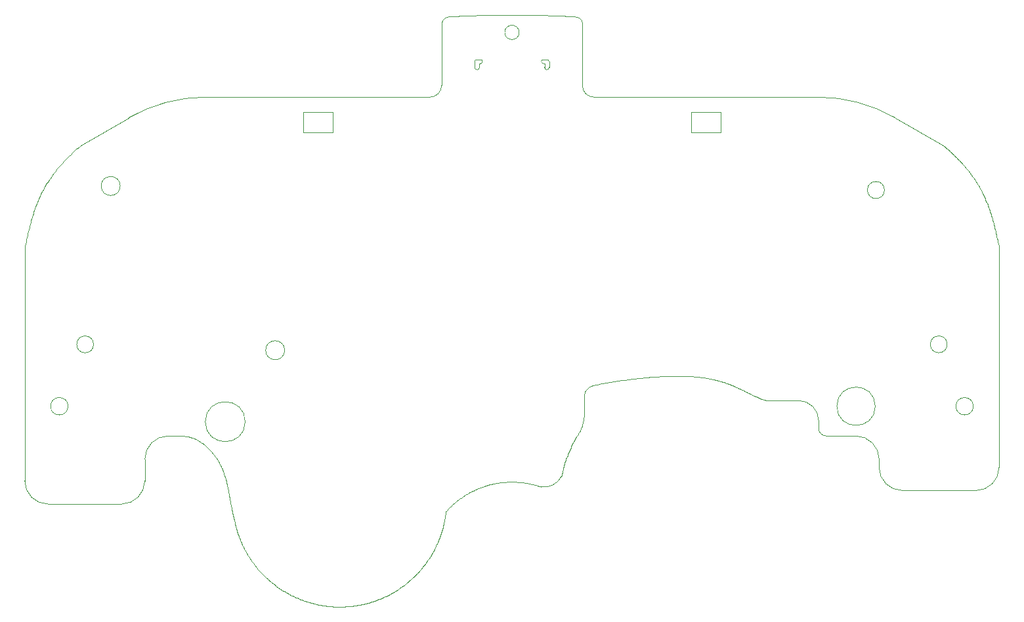
<source format=gbr>
%TF.GenerationSoftware,KiCad,Pcbnew,8.0.2*%
%TF.CreationDate,2024-10-25T03:52:41-07:00*%
%TF.ProjectId,UGC_Main_S1,5547435f-4d61-4696-9e5f-53312e6b6963,rev?*%
%TF.SameCoordinates,Original*%
%TF.FileFunction,Profile,NP*%
%FSLAX46Y46*%
G04 Gerber Fmt 4.6, Leading zero omitted, Abs format (unit mm)*
G04 Created by KiCad (PCBNEW 8.0.2) date 2024-10-25 03:52:41*
%MOMM*%
%LPD*%
G01*
G04 APERTURE LIST*
%ADD10C,0.100000*%
%TA.AperFunction,Profile*%
%ADD11C,0.100000*%
%TD*%
%TA.AperFunction,Profile*%
%ADD12C,0.010000*%
%TD*%
G04 APERTURE END LIST*
D10*
X210985240Y-84058545D02*
X210883023Y-84064412D01*
X210781126Y-84070379D01*
X210679540Y-84076449D01*
X210578255Y-84082623D01*
X210477263Y-84088904D01*
X210376553Y-84095293D01*
X210336346Y-84097880D01*
X228450425Y-131941646D02*
X228361433Y-132005745D01*
X228277543Y-132076015D01*
X228199064Y-132152145D01*
X228126309Y-132233826D01*
X228059589Y-132320747D01*
X228038744Y-132350833D01*
D11*
X281321867Y-142316480D02*
G75*
G02*
X278321867Y-145316467I-2999967J-20D01*
G01*
X268841150Y-145316480D02*
G75*
G02*
X265841120Y-142316480I-50J2999980D01*
G01*
X224868706Y-143478091D02*
G75*
G02*
X222251395Y-144849220I-2250706J1112691D01*
G01*
D10*
X209475667Y-84716150D02*
X209522759Y-84617209D01*
X209580250Y-84524222D01*
X209647594Y-84438011D01*
X209689065Y-84393349D01*
X209985538Y-84186097D02*
X210080691Y-84148418D01*
X210178997Y-84120708D01*
X210279675Y-84103163D01*
X210336346Y-84097880D01*
D11*
X219408657Y-86139125D02*
G75*
G02*
X217558657Y-86139125I-925000J0D01*
G01*
X217558657Y-86139125D02*
G75*
G02*
X219408657Y-86139125I925000J0D01*
G01*
D10*
X218483657Y-83889125D02*
X218599369Y-83889146D01*
X218715142Y-83889211D01*
X218830973Y-83889322D01*
X218946856Y-83889481D01*
X219062787Y-83889689D01*
X219178763Y-83889947D01*
X219294778Y-83890259D01*
X219410828Y-83890624D01*
X219526909Y-83891046D01*
X219643017Y-83891526D01*
X219759147Y-83892065D01*
X219875296Y-83892666D01*
X219991457Y-83893330D01*
X220107629Y-83894059D01*
X220223805Y-83894854D01*
X220339982Y-83895718D01*
X220456155Y-83896652D01*
X220572320Y-83897657D01*
X220688473Y-83898736D01*
X220804609Y-83899891D01*
X220920724Y-83901122D01*
X221036814Y-83902433D01*
X221152874Y-83903824D01*
X221268900Y-83905297D01*
X221384888Y-83906854D01*
X221500834Y-83908497D01*
X221616732Y-83910227D01*
X221732579Y-83912047D01*
X221848370Y-83913957D01*
X221964102Y-83915961D01*
X222079769Y-83918058D01*
X222195368Y-83920253D01*
D11*
X227566517Y-92997189D02*
X227566517Y-85095801D01*
X257941670Y-94497189D02*
X229066517Y-94497189D01*
D10*
X277698333Y-104472377D02*
X277779926Y-104583492D01*
X277859560Y-104693757D01*
X277937268Y-104803167D01*
X278013084Y-104911719D01*
X278087041Y-105019408D01*
X278159175Y-105126230D01*
X278229517Y-105232182D01*
X278298103Y-105337260D01*
X278364965Y-105441460D01*
X278430138Y-105544779D01*
X278493655Y-105647211D01*
X278555551Y-105748754D01*
X278615857Y-105849403D01*
X278674610Y-105949155D01*
X278731842Y-106048006D01*
X278787587Y-106145951D01*
X278841878Y-106242988D01*
X278894750Y-106339112D01*
X278946237Y-106434319D01*
X278996371Y-106528605D01*
X279045187Y-106621968D01*
X279092719Y-106714401D01*
X279139000Y-106805903D01*
X279184064Y-106896469D01*
X279270676Y-107074777D01*
X279352826Y-107249295D01*
X279430783Y-107419991D01*
X279504817Y-107586835D01*
X228038744Y-132350833D02*
X227979905Y-132445396D01*
X227928310Y-132543927D01*
X227884158Y-132646010D01*
X227847648Y-132751231D01*
X181179744Y-142700619D02*
X181114439Y-142559180D01*
X181054115Y-142429426D01*
X180998421Y-142310588D01*
X180947009Y-142201896D01*
X180899529Y-142102581D01*
X180855634Y-142011872D01*
X180795747Y-141890262D01*
X180741961Y-141783688D01*
X180693098Y-141689552D01*
X180633569Y-141578895D01*
X180577908Y-141479575D01*
X180537020Y-141408821D01*
X177575211Y-138627852D02*
X177454684Y-138584496D01*
X177343350Y-138545219D01*
X177239918Y-138509748D01*
X177143096Y-138477810D01*
X177007437Y-138435933D01*
X176879394Y-138400471D01*
X176754610Y-138370506D01*
X176628731Y-138345118D01*
X176497401Y-138323385D01*
X176356264Y-138304388D01*
X176254574Y-138292790D01*
X176145298Y-138281725D01*
X176027148Y-138270923D01*
X182699386Y-149273620D02*
X182720528Y-149375346D01*
X182742753Y-149478286D01*
X182766093Y-149582442D01*
X182790585Y-149687817D01*
D11*
X158645447Y-147066480D02*
X168126164Y-147066480D01*
D10*
X226904305Y-138215947D02*
X226957241Y-138129562D01*
X227010725Y-138043516D01*
X227017898Y-138032070D01*
X218746843Y-144205999D02*
X218641104Y-144204032D01*
X218535396Y-144203055D01*
X218486620Y-144202937D01*
D11*
X274119567Y-100731685D02*
X267916864Y-97162383D01*
X207900797Y-94497189D02*
X179025644Y-94497189D01*
D10*
X183592474Y-152072652D02*
X183638289Y-152175278D01*
X183684931Y-152277518D01*
X183732398Y-152379368D01*
X183780687Y-152480824D01*
X183829798Y-152581881D01*
X183879726Y-152682535D01*
X183930470Y-152782783D01*
X183982028Y-152882620D01*
X184034398Y-152982041D01*
X184087577Y-153081044D01*
X184123479Y-153146811D01*
D11*
X209400797Y-92997189D02*
G75*
G02*
X207900797Y-94497197I-1499997J-11D01*
G01*
X191583657Y-99034400D02*
X191583657Y-96434400D01*
X251641099Y-133700615D02*
X255464183Y-133700615D01*
D10*
X214350983Y-144966617D02*
X214228978Y-145014715D01*
X214107600Y-145064201D01*
X213986859Y-145115068D01*
X213866766Y-145167308D01*
X213747333Y-145220915D01*
X213628570Y-145275883D01*
X213510490Y-145332203D01*
X213393103Y-145389870D01*
X213276420Y-145448875D01*
X213160453Y-145509214D01*
X213045213Y-145570877D01*
X212930711Y-145633860D01*
X212816958Y-145698154D01*
X212703966Y-145763752D01*
X212591746Y-145830649D01*
X212480309Y-145898837D01*
X212369666Y-145968308D01*
X212259829Y-146039057D01*
X212150809Y-146111076D01*
X212042616Y-146184359D01*
X211935263Y-146258898D01*
X211828760Y-146334686D01*
X211723119Y-146411718D01*
X211618351Y-146489985D01*
X211514467Y-146569481D01*
X211411478Y-146650199D01*
X211309396Y-146732132D01*
X211208232Y-146815273D01*
X211107997Y-146899615D01*
X211008702Y-146985152D01*
X210910359Y-147071877D01*
X210812979Y-147159782D01*
X182194110Y-146945036D02*
X182166386Y-146788777D01*
X182140918Y-146645267D01*
X182117555Y-146513655D01*
X182096143Y-146393095D01*
X182076529Y-146282737D01*
X182058562Y-146181732D01*
X182034364Y-146045908D01*
X182013012Y-145926357D01*
X181993990Y-145820214D01*
X181971364Y-145694601D01*
X181950744Y-145580946D01*
X181935863Y-145499471D01*
D11*
X257941670Y-94497189D02*
G75*
G02*
X267916872Y-97162369I30J-20000011D01*
G01*
D10*
X218486620Y-144202937D02*
X218354117Y-144203119D01*
X218221694Y-144204853D01*
X218089361Y-144208135D01*
X217957134Y-144212963D01*
X217825025Y-144219335D01*
X217693047Y-144227249D01*
X217561213Y-144236702D01*
X217429537Y-144247691D01*
X217298032Y-144260216D01*
X217166711Y-144274273D01*
X217035588Y-144289860D01*
X216904675Y-144306975D01*
X216773986Y-144325615D01*
X216643534Y-144345779D01*
X216513332Y-144367464D01*
X216383393Y-144390668D01*
X216253731Y-144415388D01*
X216124359Y-144441622D01*
X215995290Y-144469369D01*
X215866537Y-144498624D01*
X215738114Y-144529388D01*
X215610033Y-144561656D01*
X215482309Y-144595427D01*
X215354953Y-144630699D01*
X215227980Y-144667469D01*
X215101402Y-144705734D01*
X214975233Y-144745494D01*
X214849486Y-144786745D01*
X214724174Y-144829485D01*
X214599311Y-144873712D01*
X214474909Y-144919423D01*
X214350983Y-144966617D01*
X237399724Y-130596286D02*
X237630198Y-130583368D01*
X237861004Y-130571549D01*
X238092069Y-130560881D01*
X238323322Y-130551420D01*
X238554693Y-130543220D01*
X238786109Y-130536335D01*
X239017500Y-130530818D01*
X239248794Y-130526725D01*
X239479920Y-130524108D01*
X239710807Y-130523024D01*
X239941384Y-130523524D01*
X240171579Y-130525665D01*
X240401321Y-130529500D01*
X240630539Y-130535083D01*
X240859161Y-130542468D01*
X241087117Y-130551710D01*
X241314335Y-130562863D01*
X241540744Y-130575980D01*
X241766272Y-130591117D01*
X241990849Y-130608327D01*
X242214403Y-130627664D01*
X242436863Y-130649183D01*
X242658157Y-130672938D01*
X242878215Y-130698982D01*
X243096965Y-130727371D01*
X243314336Y-130758158D01*
X243530256Y-130791398D01*
X243744655Y-130827145D01*
X243957461Y-130865452D01*
X244168602Y-130906375D01*
X244378009Y-130949966D01*
X244585609Y-130996282D01*
X195095996Y-160287545D02*
X195262159Y-160300502D01*
X195428372Y-160311443D01*
X195594618Y-160320369D01*
X195760879Y-160327282D01*
X195927135Y-160332184D01*
X196093371Y-160335078D01*
X196259567Y-160335965D01*
X196425705Y-160334847D01*
X196591768Y-160331727D01*
X196757738Y-160326605D01*
X196923596Y-160319485D01*
X197089326Y-160310368D01*
X197254908Y-160299256D01*
X197420324Y-160286151D01*
X197585558Y-160271056D01*
X197750591Y-160253971D01*
X197915405Y-160234900D01*
X198079982Y-160213843D01*
X198244304Y-160190804D01*
X198408353Y-160165784D01*
X198572111Y-160138784D01*
X198735561Y-160109808D01*
X198898683Y-160078857D01*
X199061461Y-160045933D01*
X199223877Y-160011038D01*
X199385912Y-159974174D01*
X199547548Y-159935343D01*
X199708768Y-159894546D01*
X199869553Y-159851787D01*
X200029886Y-159807067D01*
X200189749Y-159760387D01*
X200349124Y-159711751D01*
X210812979Y-147159782D02*
X210737958Y-147228920D01*
X210663597Y-147298702D01*
X210589897Y-147369125D01*
X210516864Y-147440182D01*
X210444500Y-147511869D01*
X210372809Y-147584180D01*
X210301795Y-147657111D01*
X210231462Y-147730657D01*
X227782036Y-135375479D02*
X227780308Y-135506907D01*
X227775131Y-135638147D01*
X227766515Y-135769131D01*
X227754469Y-135899792D01*
X227739002Y-136030062D01*
X227720124Y-136159874D01*
X227697845Y-136289161D01*
X227672174Y-136417855D01*
X227643120Y-136545889D01*
X227610693Y-136673196D01*
X227587206Y-136757631D01*
D11*
X171126164Y-144066480D02*
X171126164Y-141270923D01*
D10*
X222195368Y-83920253D02*
X222313975Y-83922607D01*
X222432577Y-83925067D01*
X222551172Y-83927635D01*
X222669759Y-83930314D01*
X222788336Y-83933105D01*
X222906902Y-83936010D01*
X223025457Y-83939032D01*
X223143999Y-83942172D01*
X223262527Y-83945434D01*
X223381039Y-83948817D01*
X223499535Y-83952326D01*
X223618013Y-83955962D01*
X223736473Y-83959727D01*
X223854912Y-83963623D01*
X223973331Y-83967652D01*
X224091727Y-83971816D01*
X224210099Y-83976118D01*
X224328447Y-83980559D01*
X224446769Y-83985141D01*
X224565065Y-83989868D01*
X224683332Y-83994740D01*
X224801569Y-83999759D01*
X224919776Y-84004929D01*
X225037952Y-84010251D01*
X225156094Y-84015726D01*
X225274203Y-84021358D01*
X225392276Y-84027148D01*
X225510313Y-84033098D01*
X225628312Y-84039211D01*
X225746273Y-84045488D01*
X225864194Y-84051932D01*
X225982074Y-84058545D01*
X228986631Y-131719390D02*
X229237865Y-131669375D01*
X229490005Y-131620094D01*
X229743034Y-131571569D01*
X229996938Y-131523823D01*
X230251702Y-131476879D01*
X230507310Y-131430760D01*
X230763747Y-131385489D01*
X231020998Y-131341089D01*
X231279047Y-131297583D01*
X231537881Y-131254993D01*
X231797482Y-131213343D01*
X232057837Y-131172655D01*
X232318930Y-131132953D01*
X232580745Y-131094258D01*
X232843269Y-131056595D01*
X233106485Y-131019986D01*
X233370378Y-130984454D01*
X233634933Y-130950022D01*
X233900135Y-130916713D01*
X234165969Y-130884549D01*
X234432419Y-130853554D01*
X234699471Y-130823750D01*
X234967109Y-130795161D01*
X235235318Y-130767809D01*
X235504082Y-130741717D01*
X235773388Y-130716909D01*
X236043219Y-130693406D01*
X236313560Y-130671232D01*
X236584396Y-130650411D01*
X236855712Y-130630964D01*
X237127493Y-130612914D01*
X237399724Y-130596286D01*
D11*
X169050450Y-97162383D02*
G75*
G02*
X179025644Y-94497199I9975150J-17334717D01*
G01*
X259039183Y-138270923D02*
G75*
G02*
X258039177Y-137270923I17J1000023D01*
G01*
X184078131Y-136425615D02*
G75*
G02*
X178928131Y-136425615I-2575000J0D01*
G01*
X178928131Y-136425615D02*
G75*
G02*
X184078131Y-136425615I2575000J0D01*
G01*
X174126164Y-138270923D02*
X176027148Y-138270923D01*
D10*
X180537020Y-141408821D02*
X180448991Y-141281031D01*
X180367817Y-141163912D01*
X180293026Y-141056764D01*
X180224147Y-140958892D01*
X180160709Y-140869599D01*
X180102240Y-140788187D01*
X180022824Y-140679324D01*
X179951938Y-140584274D01*
X179887991Y-140500685D01*
X179810775Y-140402998D01*
X179739297Y-140315931D01*
X179687188Y-140254247D01*
X222251397Y-144849207D02*
X222145727Y-144812439D01*
X222039729Y-144776730D01*
X221933411Y-144742081D01*
X221826780Y-144708493D01*
X221719846Y-144675968D01*
X221612615Y-144644509D01*
X221505097Y-144614116D01*
X221397298Y-144584791D01*
X221289227Y-144556537D01*
X221180892Y-144529354D01*
X221072300Y-144503245D01*
X220963461Y-144478211D01*
X220854381Y-144454254D01*
X220745068Y-144431376D01*
X220635532Y-144409578D01*
X220525779Y-144388863D01*
X220415818Y-144369231D01*
X220305657Y-144350686D01*
X220195304Y-144333227D01*
X220084766Y-144316857D01*
X219974052Y-144301579D01*
X219863169Y-144287393D01*
X219752126Y-144274301D01*
X219640931Y-144262305D01*
X219529591Y-144251406D01*
X219418115Y-144241608D01*
X219306511Y-144232910D01*
X219194786Y-144225315D01*
X219082949Y-144218825D01*
X218971007Y-144213441D01*
X218858969Y-144209165D01*
X218746843Y-144205999D01*
X224868706Y-143478091D02*
X224903961Y-143304379D01*
X224941090Y-143131058D01*
X224980090Y-142958148D01*
X225020954Y-142785671D01*
X225063680Y-142613646D01*
X225108262Y-142442095D01*
X225154696Y-142271038D01*
X225202977Y-142100496D01*
X225253102Y-141930490D01*
X225305065Y-141761040D01*
X225358861Y-141592168D01*
X225414488Y-141423894D01*
X225471939Y-141256239D01*
X225531211Y-141089223D01*
X225592299Y-140922867D01*
X225655198Y-140757193D01*
X225719905Y-140592220D01*
X225786414Y-140427970D01*
X225854721Y-140264463D01*
X225924822Y-140101720D01*
X225996712Y-139939762D01*
X226070387Y-139778609D01*
X226145842Y-139618282D01*
X226223072Y-139458803D01*
X226302074Y-139300191D01*
X226382843Y-139142467D01*
X226465374Y-138985653D01*
X226549662Y-138829769D01*
X226635704Y-138674835D01*
X226723495Y-138520873D01*
X226813030Y-138367903D01*
X226904305Y-138215947D01*
D11*
X171126164Y-141270923D02*
G75*
G02*
X174126164Y-138270964I2999936J23D01*
G01*
D10*
X225982074Y-84058545D02*
X226084290Y-84064412D01*
X226186187Y-84070379D01*
X226287773Y-84076449D01*
X226389058Y-84082623D01*
X226490050Y-84088904D01*
X226590760Y-84095293D01*
X226630968Y-84097880D01*
D11*
X155645447Y-113970800D02*
X155645447Y-144066480D01*
D10*
X248977801Y-132718489D02*
X249081599Y-132771321D01*
X249184051Y-132823199D01*
X249285160Y-132874075D01*
X249384926Y-132923901D01*
X249483353Y-132972631D01*
X249580441Y-133020217D01*
X249676192Y-133066612D01*
X249770610Y-133111768D01*
X249863694Y-133155637D01*
X249955447Y-133198173D01*
X250134970Y-133279054D01*
X250309191Y-133354032D01*
X250478126Y-133422727D01*
X250641790Y-133484760D01*
X250800197Y-133539752D01*
X250953364Y-133587325D01*
X251101304Y-133627098D01*
X251244032Y-133658693D01*
X251381564Y-133681730D01*
X251513915Y-133695830D01*
X251641099Y-133700615D01*
X155645447Y-113970800D02*
X155700916Y-113694279D01*
X155756619Y-113421600D01*
X155812630Y-113152691D01*
X155869020Y-112887480D01*
X155925863Y-112625893D01*
X155983231Y-112367860D01*
X156041199Y-112113306D01*
X156099837Y-111862161D01*
X156159220Y-111614351D01*
X156219420Y-111369804D01*
X156280510Y-111128448D01*
X156342563Y-110890211D01*
X156405652Y-110655020D01*
X156469849Y-110422802D01*
X156535228Y-110193487D01*
X156601862Y-109967000D01*
X156669823Y-109743269D01*
X156739185Y-109522224D01*
X156810019Y-109303790D01*
X156882400Y-109087895D01*
X156956399Y-108874468D01*
X157032091Y-108663436D01*
X157109547Y-108454727D01*
X157188841Y-108248267D01*
X157270045Y-108043986D01*
X157353233Y-107841809D01*
X157438476Y-107641666D01*
X157525850Y-107443484D01*
X157615425Y-107247190D01*
X157707275Y-107052712D01*
X157801473Y-106859978D01*
X157898092Y-106668915D01*
X209900259Y-148421163D02*
X209913883Y-148321527D01*
X209927508Y-148221891D01*
X209941132Y-148122255D01*
X209954757Y-148022619D01*
X228986631Y-131719390D02*
X228879967Y-131744905D01*
X228775679Y-131778064D01*
X228674174Y-131818700D01*
X228575856Y-131866643D01*
X228481131Y-131921727D01*
X228450425Y-131941646D01*
D11*
X164519660Y-126434400D02*
G75*
G02*
X162347654Y-126434400I-1086003J0D01*
G01*
X162347654Y-126434400D02*
G75*
G02*
X164519660Y-126434400I1086003J0D01*
G01*
D10*
X178675042Y-139303544D02*
X178557277Y-139224759D01*
X178449017Y-139152877D01*
X178349626Y-139087463D01*
X178258466Y-139028083D01*
X178135773Y-138949375D01*
X178028025Y-138881796D01*
X177933076Y-138823879D01*
X177822680Y-138759149D01*
X177726135Y-138705507D01*
X177617183Y-138648748D01*
X177575211Y-138627852D01*
X227587206Y-136757631D02*
X227549214Y-136883460D01*
X227507960Y-137008156D01*
X227463472Y-137131654D01*
X227415776Y-137253893D01*
X227364902Y-137374812D01*
X227310875Y-137494347D01*
X227253725Y-137612437D01*
X227193479Y-137729021D01*
X227130165Y-137844035D01*
X227063810Y-137957418D01*
X227017898Y-138032070D01*
X205100270Y-157115775D02*
X205229860Y-157005732D01*
X205358010Y-156894163D01*
X205484708Y-156781082D01*
X205609942Y-156666506D01*
X205733701Y-156550449D01*
X205855971Y-156432926D01*
X205976740Y-156313952D01*
X206095998Y-156193542D01*
X206213731Y-156071712D01*
X206329928Y-155948476D01*
X206444577Y-155823849D01*
X206557665Y-155697847D01*
X206669180Y-155570485D01*
X206779111Y-155441777D01*
X206887446Y-155311739D01*
X206994171Y-155180386D01*
X207099276Y-155047733D01*
X207202748Y-154913794D01*
X207304576Y-154778586D01*
X207404746Y-154642123D01*
X207503247Y-154504420D01*
X207600068Y-154365492D01*
X207695195Y-154225355D01*
X207788618Y-154084023D01*
X207880323Y-153941512D01*
X207970299Y-153797836D01*
X208058533Y-153653011D01*
X208145015Y-153507051D01*
X208229731Y-153359972D01*
X208312669Y-153211789D01*
X208393818Y-153062517D01*
X208473166Y-152912172D01*
X274119567Y-100731685D02*
X274242238Y-100835463D01*
X274364513Y-100940165D01*
X274486361Y-101045781D01*
X274607754Y-101152305D01*
X274728659Y-101259728D01*
X274849047Y-101368044D01*
X274968888Y-101477244D01*
X275088151Y-101587321D01*
X275206806Y-101698267D01*
X275324822Y-101810075D01*
X275442170Y-101922737D01*
X275558819Y-102036245D01*
X275674738Y-102150591D01*
X275789898Y-102265769D01*
X275904268Y-102381770D01*
X276017818Y-102498587D01*
X276130517Y-102616212D01*
X276242335Y-102734638D01*
X276353242Y-102853856D01*
X276463208Y-102973860D01*
X276572202Y-103094642D01*
X276680194Y-103216193D01*
X276787153Y-103338507D01*
X276893050Y-103461575D01*
X276997854Y-103585391D01*
X277101535Y-103709946D01*
X277204062Y-103835232D01*
X277305405Y-103961243D01*
X277405534Y-104087971D01*
X277504418Y-104215407D01*
X277602028Y-104343545D01*
X277698333Y-104472377D01*
X190208787Y-158941441D02*
X190352769Y-159010583D01*
X190497466Y-159078022D01*
X190642864Y-159143754D01*
X190788946Y-159207775D01*
X190935698Y-159270079D01*
X191083105Y-159330663D01*
X191231151Y-159389522D01*
X191379822Y-159446652D01*
X191529102Y-159502048D01*
X191678977Y-159555706D01*
X191829430Y-159607622D01*
X191980448Y-159657791D01*
X192132015Y-159706208D01*
X192284116Y-159752870D01*
X192436735Y-159797772D01*
X192589858Y-159840909D01*
X192743469Y-159882277D01*
X192897554Y-159921872D01*
X193052098Y-159959690D01*
X193207084Y-159995725D01*
X193362499Y-160029974D01*
X193518326Y-160062432D01*
X193674552Y-160093095D01*
X193831160Y-160121958D01*
X193988136Y-160149017D01*
X194145465Y-160174267D01*
X194303131Y-160197705D01*
X194461120Y-160219325D01*
X194619416Y-160239123D01*
X194778003Y-160257096D01*
X194936869Y-160273238D01*
X195095996Y-160287545D01*
D11*
X167952061Y-105977799D02*
G75*
G02*
X165502061Y-105977799I-1225000J0D01*
G01*
X165502061Y-105977799D02*
G75*
G02*
X167952061Y-105977799I1225000J0D01*
G01*
D10*
X182483002Y-148399454D02*
X182450569Y-148242420D01*
X182420891Y-148098183D01*
X182393787Y-147965890D01*
X182369080Y-147844689D01*
X182346588Y-147733726D01*
X182326133Y-147632150D01*
X182298877Y-147495519D01*
X182275193Y-147375211D01*
X182254476Y-147268347D01*
X182230422Y-147141802D01*
X182209130Y-147027222D01*
X182194110Y-146945036D01*
X244585609Y-130996282D02*
X244745645Y-131034298D01*
X244904303Y-131074112D01*
X245061572Y-131115647D01*
X245217445Y-131158824D01*
X245371911Y-131203566D01*
X245524962Y-131249795D01*
X245676589Y-131297432D01*
X245826782Y-131346401D01*
X245975533Y-131396623D01*
X246122832Y-131448020D01*
X246268671Y-131500514D01*
X246413040Y-131554029D01*
X246555930Y-131608484D01*
X246697332Y-131663804D01*
X246837238Y-131719909D01*
X246975637Y-131776723D01*
X247112521Y-131834167D01*
X247247881Y-131892163D01*
X247381708Y-131950633D01*
X247513992Y-132009500D01*
X247644725Y-132068686D01*
X247773898Y-132128112D01*
X247901501Y-132187701D01*
X248027525Y-132247376D01*
X248151962Y-132307057D01*
X248274802Y-132366668D01*
X248396036Y-132426131D01*
X248515655Y-132485367D01*
X248633650Y-132544298D01*
X248750012Y-132602848D01*
X248864732Y-132660937D01*
X248977801Y-132718489D01*
X182790585Y-149687817D02*
X182827651Y-149840531D01*
X182866480Y-149992820D01*
X182907066Y-150144671D01*
X182949405Y-150296070D01*
X182993493Y-150447004D01*
X183039323Y-150597458D01*
X183086892Y-150747420D01*
X183136195Y-150896875D01*
X183187227Y-151045810D01*
X183239984Y-151194212D01*
X183294460Y-151342066D01*
X183350652Y-151489359D01*
X183408554Y-151636078D01*
X183468161Y-151782209D01*
X183529469Y-151927738D01*
X183592474Y-152072652D01*
D11*
X241583657Y-99034400D02*
X241583657Y-96434400D01*
D10*
X208591238Y-152679727D02*
X208651851Y-152556001D01*
X208711203Y-152431723D01*
X208769290Y-152306902D01*
X208826109Y-152181548D01*
X208881657Y-152055671D01*
X208935931Y-151929280D01*
X208988929Y-151802385D01*
X209040647Y-151674996D01*
X209091081Y-151547123D01*
X209140230Y-151418776D01*
X209188089Y-151289964D01*
X209234656Y-151160698D01*
X209279929Y-151030986D01*
X209323902Y-150900839D01*
X209366575Y-150770267D01*
X209407943Y-150639279D01*
X209448004Y-150507885D01*
X209486755Y-150376096D01*
X209524192Y-150243920D01*
X209560313Y-150111367D01*
X209595114Y-149978449D01*
X209628592Y-149845173D01*
X209660745Y-149711550D01*
X209691569Y-149577590D01*
X209721062Y-149443302D01*
X209749219Y-149308697D01*
X209776039Y-149173784D01*
X209801518Y-149038573D01*
X209825654Y-148903074D01*
X209848442Y-148767296D01*
X209869880Y-148631250D01*
X209889966Y-148494945D01*
D11*
X258039183Y-136275615D02*
X258039183Y-137270923D01*
X277990726Y-134427260D02*
G75*
G02*
X275740726Y-134427260I-1125000J0D01*
G01*
X275740726Y-134427260D02*
G75*
G02*
X277990726Y-134427260I1125000J0D01*
G01*
X265841150Y-141270923D02*
X265841150Y-142316480D01*
X259039183Y-138270923D02*
X262841150Y-138270923D01*
X268841150Y-145316480D02*
X278321867Y-145316480D01*
D10*
X184123478Y-153146811D02*
X184179080Y-153246841D01*
X184235511Y-153346427D01*
X184292767Y-153445561D01*
X184350846Y-153544240D01*
X184409747Y-153642457D01*
X184469466Y-153740209D01*
X184530003Y-153837490D01*
X184591354Y-153934295D01*
X184653518Y-154030619D01*
X184716492Y-154126457D01*
X184780275Y-154221805D01*
X184844863Y-154316656D01*
X184910256Y-154411006D01*
X184976451Y-154504850D01*
X185043446Y-154598183D01*
X185111238Y-154691000D01*
X185179826Y-154783296D01*
X185249207Y-154875066D01*
X185319379Y-154966305D01*
X185390340Y-155057007D01*
X185462088Y-155147169D01*
X185534621Y-155236784D01*
X185607937Y-155325848D01*
X185682033Y-155414355D01*
X185756908Y-155502302D01*
X185832558Y-155589682D01*
X185908983Y-155676491D01*
X185986180Y-155762724D01*
X186064147Y-155848375D01*
X186142881Y-155933440D01*
X186222380Y-156017913D01*
X186302644Y-156101791D01*
D11*
X161226588Y-134427260D02*
G75*
G02*
X158976588Y-134427260I-1125000J0D01*
G01*
X158976588Y-134427260D02*
G75*
G02*
X161226588Y-134427260I1125000J0D01*
G01*
D10*
X181625738Y-144076594D02*
X181580889Y-143926920D01*
X181539426Y-143789534D01*
X181501107Y-143663620D01*
X181465692Y-143548365D01*
X181432942Y-143442957D01*
X181402614Y-143346581D01*
X181361142Y-143217172D01*
X181323769Y-143103511D01*
X181289686Y-143002850D01*
X181247956Y-142884113D01*
X181208708Y-142777100D01*
X181179744Y-142700619D01*
D11*
X189165264Y-127191002D02*
G75*
G02*
X186715264Y-127191002I-1225000J0D01*
G01*
X186715264Y-127191002D02*
G75*
G02*
X189165264Y-127191002I1225000J0D01*
G01*
X209400797Y-85095801D02*
X209400797Y-92997189D01*
D10*
X210231462Y-147730657D02*
X210162285Y-147803647D01*
X210093109Y-147876637D01*
X210023933Y-147949628D01*
X209954757Y-148022619D01*
X279504817Y-107586835D02*
X279574430Y-107748074D01*
X279642758Y-107910689D01*
X279709845Y-108074790D01*
X279775737Y-108240484D01*
X279840481Y-108407883D01*
X279904122Y-108577093D01*
X279966705Y-108748226D01*
X280028278Y-108921391D01*
X280088884Y-109096696D01*
X280148572Y-109274250D01*
X280207386Y-109454164D01*
X280265372Y-109636546D01*
X280322576Y-109821506D01*
X280379043Y-110009152D01*
X280434821Y-110199595D01*
X280489954Y-110392943D01*
X280544489Y-110589306D01*
X280598471Y-110788792D01*
X280651946Y-110991512D01*
X280704961Y-111197574D01*
X280757560Y-111407088D01*
X280809789Y-111620163D01*
X280861696Y-111836908D01*
X280913325Y-112057432D01*
X280964722Y-112281846D01*
X281015933Y-112510257D01*
X281067005Y-112742775D01*
X281117982Y-112979510D01*
X281168911Y-113220571D01*
X281219837Y-113466066D01*
X281270807Y-113716106D01*
X281321867Y-113970800D01*
D11*
X245383657Y-96434400D02*
X245383657Y-99034400D01*
X281321867Y-142316480D02*
X281321867Y-113970800D01*
X229066517Y-94497189D02*
G75*
G02*
X227566511Y-92997189I-17J1499989D01*
G01*
X255464183Y-133700615D02*
G75*
G02*
X258039185Y-136275615I17J-2574985D01*
G01*
D10*
X209400797Y-85095801D02*
X209406800Y-84986389D01*
X209424684Y-84878536D01*
X209454256Y-84773213D01*
X209475667Y-84716150D01*
X157898092Y-106668915D02*
X157956020Y-106557415D01*
X158018481Y-106439679D01*
X158085645Y-106315851D01*
X158157684Y-106186078D01*
X158234768Y-106050506D01*
X158317069Y-105909281D01*
X158404757Y-105762549D01*
X158498002Y-105610455D01*
X158596977Y-105453147D01*
X158701852Y-105290770D01*
X158812798Y-105123471D01*
X158929986Y-104951394D01*
X159053586Y-104774687D01*
X159183770Y-104593496D01*
X159320708Y-104407965D01*
X159464573Y-104218243D01*
X159615533Y-104024474D01*
X159773761Y-103826804D01*
X159939427Y-103625380D01*
X160112703Y-103420348D01*
X160293759Y-103211854D01*
X160482765Y-103000043D01*
X160679894Y-102785063D01*
X160885316Y-102567058D01*
X161099202Y-102346176D01*
X161321722Y-102122562D01*
X161553048Y-101896361D01*
X161793351Y-101667721D01*
X162042801Y-101436788D01*
X162301570Y-101203706D01*
X162569828Y-100968623D01*
X162847747Y-100731685D01*
D11*
X169050450Y-97162383D02*
X162847747Y-100731685D01*
X195383657Y-96434400D02*
X195383657Y-99034400D01*
D10*
X227501093Y-84740036D02*
X227532560Y-84837420D01*
X227553877Y-84937308D01*
X227564897Y-85038908D01*
X227566517Y-85095801D01*
D11*
X171126164Y-144066480D02*
G75*
G02*
X168126164Y-147066464I-2999964J-20D01*
G01*
X195383657Y-99034400D02*
X191583657Y-99034400D01*
D10*
X182699386Y-149273620D02*
X182670679Y-149164321D01*
X182642447Y-149055031D01*
X182614688Y-148945748D01*
X182587403Y-148836474D01*
X182560592Y-148727207D01*
X182534255Y-148617948D01*
X182508391Y-148508697D01*
X182483002Y-148399454D01*
D11*
X227782036Y-135375479D02*
X227782036Y-133190014D01*
X241583657Y-96434400D02*
X245383657Y-96434400D01*
D10*
X227313380Y-84430823D02*
X227377435Y-84510641D01*
X227432894Y-84596410D01*
X227479338Y-84687441D01*
X227501093Y-84740036D01*
D11*
X245383657Y-99034400D02*
X241583657Y-99034400D01*
D10*
X227005004Y-84197063D02*
X227100703Y-84250434D01*
X227189792Y-84313798D01*
X227271482Y-84386559D01*
X227313380Y-84430823D01*
D11*
X158645447Y-147066480D02*
G75*
G02*
X155645420Y-144066480I53J3000080D01*
G01*
D10*
X209889966Y-148494945D02*
X209900259Y-148421163D01*
X218483657Y-83889125D02*
X218367944Y-83889146D01*
X218252171Y-83889211D01*
X218136340Y-83889322D01*
X218020457Y-83889481D01*
X217904526Y-83889689D01*
X217788550Y-83889947D01*
X217672535Y-83890259D01*
X217556485Y-83890624D01*
X217440404Y-83891046D01*
X217324296Y-83891526D01*
X217208166Y-83892065D01*
X217092017Y-83892666D01*
X216975856Y-83893330D01*
X216859684Y-83894059D01*
X216743508Y-83894854D01*
X216627332Y-83895718D01*
X216511158Y-83896652D01*
X216394993Y-83897657D01*
X216278840Y-83898736D01*
X216162704Y-83899891D01*
X216046589Y-83901122D01*
X215930499Y-83902433D01*
X215814439Y-83903824D01*
X215698413Y-83905297D01*
X215582425Y-83906854D01*
X215466479Y-83908497D01*
X215350581Y-83910227D01*
X215234734Y-83912047D01*
X215118943Y-83913957D01*
X215003211Y-83915961D01*
X214887544Y-83918058D01*
X214771946Y-83920253D01*
D11*
X265340726Y-134427260D02*
G75*
G02*
X260390726Y-134427260I-2475000J0D01*
G01*
X260390726Y-134427260D02*
G75*
G02*
X265340726Y-134427260I2475000J0D01*
G01*
X266533657Y-106494400D02*
G75*
G02*
X264333657Y-106494400I-1100000J0D01*
G01*
X264333657Y-106494400D02*
G75*
G02*
X266533657Y-106494400I1100000J0D01*
G01*
D10*
X181935863Y-145499471D02*
X181904209Y-145345309D01*
X181874992Y-145203754D01*
X181848039Y-145073966D01*
X181823181Y-144955109D01*
X181800244Y-144846345D01*
X181779058Y-144746836D01*
X181750185Y-144613096D01*
X181724286Y-144495472D01*
X181700782Y-144391136D01*
X181672169Y-144267809D01*
X181645412Y-144156383D01*
X181625738Y-144076594D01*
X186302644Y-156101791D02*
X186408789Y-156210602D01*
X186516070Y-156318203D01*
X186624475Y-156424585D01*
X186733995Y-156529739D01*
X186844617Y-156633657D01*
X186956331Y-156736331D01*
X187069127Y-156837751D01*
X187182993Y-156937911D01*
X187297919Y-157036801D01*
X187413894Y-157134412D01*
X187530907Y-157230737D01*
X187648947Y-157325767D01*
X187768003Y-157419494D01*
X187888065Y-157511908D01*
X188009121Y-157603003D01*
X188131162Y-157692769D01*
X188254175Y-157781197D01*
X188378151Y-157868280D01*
X188503078Y-157954009D01*
X188628946Y-158038376D01*
X188755744Y-158121372D01*
X188883460Y-158202988D01*
X189012085Y-158283217D01*
X189141607Y-158362050D01*
X189272015Y-158439478D01*
X189403299Y-158515493D01*
X189535448Y-158590087D01*
X189668451Y-158663251D01*
X189802297Y-158734977D01*
X189936976Y-158805256D01*
X190072476Y-158874080D01*
X190208787Y-158941441D01*
X214771946Y-83920253D02*
X214653338Y-83922607D01*
X214534736Y-83925067D01*
X214416141Y-83927635D01*
X214297554Y-83930314D01*
X214178977Y-83933105D01*
X214060411Y-83936010D01*
X213941856Y-83939032D01*
X213823314Y-83942172D01*
X213704786Y-83945434D01*
X213586274Y-83948817D01*
X213467778Y-83952326D01*
X213349300Y-83955962D01*
X213230840Y-83959727D01*
X213112401Y-83963623D01*
X212993982Y-83967652D01*
X212875586Y-83971816D01*
X212757214Y-83976118D01*
X212638866Y-83980559D01*
X212520544Y-83985141D01*
X212402248Y-83989868D01*
X212283981Y-83994740D01*
X212165744Y-83999759D01*
X212047537Y-84004929D01*
X211929361Y-84010251D01*
X211811219Y-84015726D01*
X211693110Y-84021358D01*
X211575037Y-84027148D01*
X211457000Y-84033098D01*
X211339001Y-84039211D01*
X211221040Y-84045488D01*
X211103119Y-84051932D01*
X210985240Y-84058545D01*
X200349124Y-159711751D02*
X200511877Y-159659895D01*
X200673880Y-159606057D01*
X200835115Y-159550245D01*
X200995567Y-159492469D01*
X201155217Y-159432739D01*
X201314048Y-159371064D01*
X201472044Y-159307454D01*
X201629187Y-159241917D01*
X201785460Y-159174464D01*
X201940846Y-159105104D01*
X202095327Y-159033846D01*
X202248888Y-158960699D01*
X202401510Y-158885674D01*
X202553176Y-158808779D01*
X202703870Y-158730024D01*
X202853575Y-158649419D01*
X203002272Y-158566973D01*
X203149945Y-158482695D01*
X203296578Y-158396595D01*
X203442152Y-158308682D01*
X203586650Y-158218966D01*
X203730057Y-158127456D01*
X203872353Y-158034162D01*
X204013523Y-157939093D01*
X204153550Y-157842258D01*
X204292415Y-157743667D01*
X204430102Y-157643330D01*
X204566595Y-157541255D01*
X204701874Y-157437453D01*
X204835925Y-157331933D01*
X204968729Y-157224703D01*
X205100270Y-157115775D01*
X179687188Y-140254247D02*
X179580399Y-140147108D01*
X179482094Y-140049071D01*
X179391698Y-139959546D01*
X179308637Y-139877949D01*
X179232336Y-139803692D01*
X179129306Y-139704786D01*
X179038258Y-139619096D01*
X178957255Y-139544641D01*
X178861526Y-139459425D01*
X178775617Y-139385971D01*
X178694934Y-139319585D01*
X178675042Y-139303544D01*
D11*
X191583657Y-96434400D02*
X195383657Y-96434400D01*
D10*
X208473166Y-152912172D02*
X208521673Y-152817990D01*
X208569440Y-152723467D01*
X208591238Y-152679727D01*
X209689065Y-84393349D02*
X209764589Y-84324282D01*
X209846605Y-84263411D01*
X209934455Y-84211195D01*
X209985538Y-84186097D01*
X226630968Y-84097880D02*
X226739765Y-84110922D01*
X226846240Y-84135720D01*
X226949439Y-84172019D01*
X227005004Y-84197063D01*
D11*
X262841150Y-138270923D02*
G75*
G02*
X265841177Y-141270923I50J-2999977D01*
G01*
X274619660Y-126434400D02*
G75*
G02*
X272447654Y-126434400I-1086003J0D01*
G01*
X272447654Y-126434400D02*
G75*
G02*
X274619660Y-126434400I1086003J0D01*
G01*
D10*
X227847648Y-132751231D02*
X227819044Y-132858869D01*
X227798529Y-132968183D01*
X227786170Y-133078716D01*
X227782036Y-133190014D01*
D12*
%TO.C,J5*%
X213683635Y-90654400D02*
X213683635Y-89904400D01*
X213983635Y-89654400D02*
X214433635Y-89654400D01*
X214283635Y-90154400D02*
X214283635Y-90654400D01*
X214433635Y-90154400D02*
X214283635Y-90154400D01*
X222533635Y-89654400D02*
X222983635Y-89654400D01*
X222683635Y-90154400D02*
X222533635Y-90154400D01*
X222683635Y-90654400D02*
X222683635Y-90154400D01*
X223283635Y-89904400D02*
X223283635Y-90654400D01*
X213683635Y-89904400D02*
G75*
G02*
X213983635Y-89654400I275000J-25000D01*
G01*
X214283635Y-90654400D02*
G75*
G02*
X213683635Y-90654400I-300000J0D01*
G01*
X214433635Y-89654400D02*
G75*
G02*
X214433635Y-90154400I0J-250000D01*
G01*
X222533635Y-90154400D02*
G75*
G02*
X222533635Y-89654400I0J250000D01*
G01*
X222983635Y-89654400D02*
G75*
G02*
X223283635Y-89904400I25000J-275000D01*
G01*
X223283635Y-90654400D02*
G75*
G02*
X222683635Y-90654400I-300000J0D01*
G01*
%TD*%
M02*

</source>
